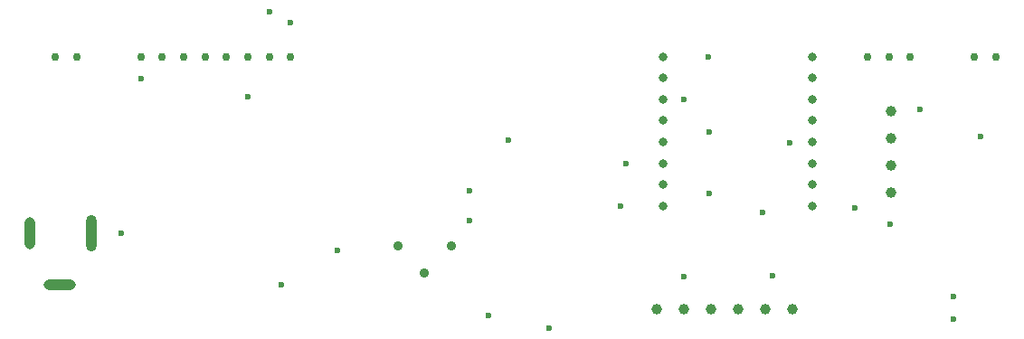
<source format=gbr>
%TF.GenerationSoftware,KiCad,Pcbnew,7.0.2*%
%TF.CreationDate,2023-08-17T14:48:07+02:00*%
%TF.ProjectId,Samsung-VFD-Display,53616d73-756e-4672-9d56-46442d446973,0.1*%
%TF.SameCoordinates,Original*%
%TF.FileFunction,Plated,1,2,PTH,Mixed*%
%TF.FilePolarity,Positive*%
%FSLAX46Y46*%
G04 Gerber Fmt 4.6, Leading zero omitted, Abs format (unit mm)*
G04 Created by KiCad (PCBNEW 7.0.2) date 2023-08-17 14:48:07*
%MOMM*%
%LPD*%
G01*
G04 APERTURE LIST*
%TA.AperFunction,ViaDrill*%
%ADD10C,0.600000*%
%TD*%
%TA.AperFunction,ComponentDrill*%
%ADD11C,0.762000*%
%TD*%
%TA.AperFunction,ComponentDrill*%
%ADD12C,0.800000*%
%TD*%
%TA.AperFunction,ComponentDrill*%
%ADD13C,0.900000*%
%TD*%
G04 aperture for slot hole*
%TA.AperFunction,ComponentDrill*%
%ADD14O,1.000000X3.000000*%
%TD*%
G04 aperture for slot hole*
%TA.AperFunction,ComponentDrill*%
%ADD15O,3.000000X1.000000*%
%TD*%
G04 aperture for slot hole*
%TA.AperFunction,ComponentDrill*%
%ADD16O,1.000000X3.400000*%
%TD*%
%TA.AperFunction,ComponentDrill*%
%ADD17C,1.000000*%
%TD*%
G04 APERTURE END LIST*
D10*
X106273600Y-80426000D03*
X108153200Y-65887600D03*
X118110000Y-67614800D03*
X120142000Y-59639200D03*
X121259600Y-85242400D03*
X122123200Y-60655200D03*
X126500000Y-82000000D03*
X138836400Y-76403200D03*
X138836400Y-79248000D03*
X140665200Y-88138000D03*
X142494000Y-71678800D03*
X146354800Y-89255600D03*
X153009600Y-77876400D03*
X153517600Y-73863200D03*
X158902400Y-67868800D03*
X158953200Y-84480400D03*
X161188400Y-63906400D03*
X161290000Y-70916800D03*
X161290000Y-76657200D03*
X166268400Y-78486000D03*
X166268400Y-78486000D03*
X167248800Y-84363600D03*
X168808400Y-71932800D03*
X174955200Y-78028800D03*
X178206400Y-79552800D03*
X181000400Y-68834000D03*
X184150000Y-86360000D03*
X184200800Y-88442800D03*
X186740800Y-71323200D03*
D11*
%TO.C,D1*%
X100111000Y-63887000D03*
X102111000Y-63887000D03*
X108111000Y-63887000D03*
X110111000Y-63887000D03*
X112111000Y-63887000D03*
X114111000Y-63887000D03*
X116111000Y-63887000D03*
X118111000Y-63887000D03*
X120111000Y-63887000D03*
X122111000Y-63887000D03*
X176111000Y-63887000D03*
X178111000Y-63887000D03*
X180111000Y-63887000D03*
X186111000Y-63887000D03*
X188111000Y-63887000D03*
D12*
%TO.C,U2*%
X156972000Y-63863748D03*
X156972000Y-65863748D03*
X156972000Y-67863748D03*
X156972000Y-69863748D03*
X156972000Y-71863748D03*
X156972000Y-73863748D03*
X156972000Y-75863748D03*
X156972000Y-77863748D03*
X170972000Y-63863748D03*
X170972000Y-65863748D03*
X170972000Y-67863748D03*
X170972000Y-69863748D03*
X170972000Y-71863748D03*
X170972000Y-73863748D03*
X170972000Y-75863748D03*
X170972000Y-77863748D03*
D13*
%TO.C,RV1*%
X132170800Y-81631400D03*
X134670800Y-84131400D03*
X137170800Y-81631400D03*
D14*
%TO.C,J4*%
X97705000Y-80426000D03*
D15*
X100505000Y-85226000D03*
D16*
X103505000Y-80426000D03*
D17*
%TO.C,J1*%
X156413200Y-87528400D03*
X158953200Y-87528400D03*
X161493200Y-87528400D03*
X164033200Y-87528400D03*
X166573200Y-87528400D03*
X169113200Y-87528400D03*
%TO.C,J2*%
X178358800Y-68935600D03*
X178358800Y-71475600D03*
X178358800Y-74015600D03*
X178358800Y-76555600D03*
M02*

</source>
